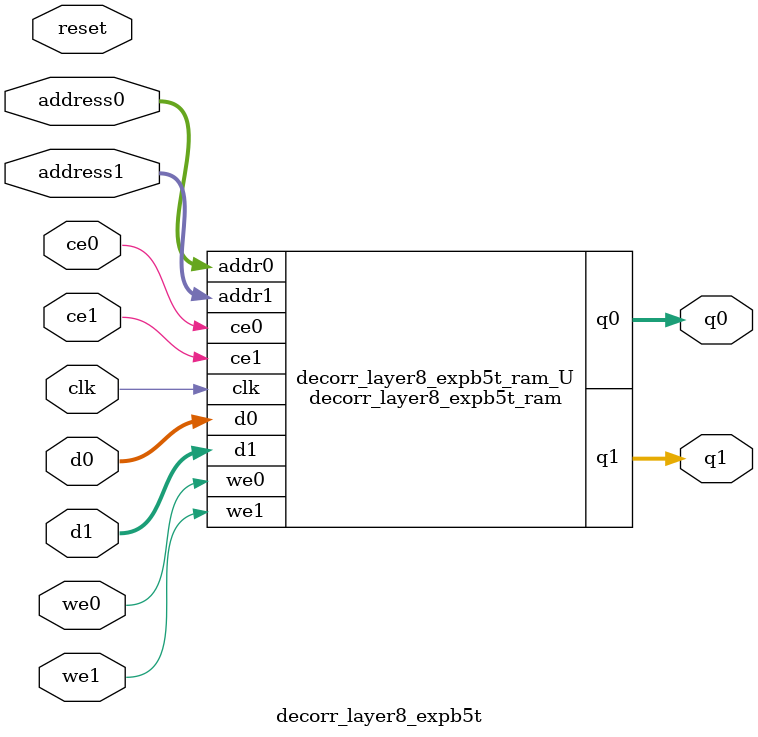
<source format=v>
`timescale 1 ns / 1 ps
module decorr_layer8_expb5t_ram (addr0, ce0, d0, we0, q0, addr1, ce1, d1, we1, q1,  clk);

parameter DWIDTH = 12;
parameter AWIDTH = 12;
parameter MEM_SIZE = 2363;

input[AWIDTH-1:0] addr0;
input ce0;
input[DWIDTH-1:0] d0;
input we0;
output reg[DWIDTH-1:0] q0;
input[AWIDTH-1:0] addr1;
input ce1;
input[DWIDTH-1:0] d1;
input we1;
output reg[DWIDTH-1:0] q1;
input clk;

(* ram_style = "block" *)reg [DWIDTH-1:0] ram[0:MEM_SIZE-1];




always @(posedge clk)  
begin 
    if (ce0) 
    begin
        if (we0) 
        begin 
            ram[addr0] <= d0; 
        end 
        q0 <= ram[addr0];
    end
end


always @(posedge clk)  
begin 
    if (ce1) 
    begin
        if (we1) 
        begin 
            ram[addr1] <= d1; 
        end 
        q1 <= ram[addr1];
    end
end


endmodule

`timescale 1 ns / 1 ps
module decorr_layer8_expb5t(
    reset,
    clk,
    address0,
    ce0,
    we0,
    d0,
    q0,
    address1,
    ce1,
    we1,
    d1,
    q1);

parameter DataWidth = 32'd12;
parameter AddressRange = 32'd2363;
parameter AddressWidth = 32'd12;
input reset;
input clk;
input[AddressWidth - 1:0] address0;
input ce0;
input we0;
input[DataWidth - 1:0] d0;
output[DataWidth - 1:0] q0;
input[AddressWidth - 1:0] address1;
input ce1;
input we1;
input[DataWidth - 1:0] d1;
output[DataWidth - 1:0] q1;



decorr_layer8_expb5t_ram decorr_layer8_expb5t_ram_U(
    .clk( clk ),
    .addr0( address0 ),
    .ce0( ce0 ),
    .we0( we0 ),
    .d0( d0 ),
    .q0( q0 ),
    .addr1( address1 ),
    .ce1( ce1 ),
    .we1( we1 ),
    .d1( d1 ),
    .q1( q1 ));

endmodule


</source>
